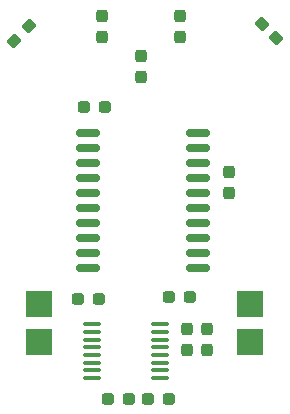
<source format=gbr>
G04 #@! TF.GenerationSoftware,KiCad,Pcbnew,(5.99.0-12170-ge0011fcd93)*
G04 #@! TF.CreationDate,2021-10-18T14:42:09-07:00*
G04 #@! TF.ProjectId,microbug,6d696372-6f62-4756-972e-6b696361645f,rev?*
G04 #@! TF.SameCoordinates,Original*
G04 #@! TF.FileFunction,Paste,Top*
G04 #@! TF.FilePolarity,Positive*
%FSLAX46Y46*%
G04 Gerber Fmt 4.6, Leading zero omitted, Abs format (unit mm)*
G04 Created by KiCad (PCBNEW (5.99.0-12170-ge0011fcd93)) date 2021-10-18 14:42:09*
%MOMM*%
%LPD*%
G01*
G04 APERTURE LIST*
G04 Aperture macros list*
%AMRoundRect*
0 Rectangle with rounded corners*
0 $1 Rounding radius*
0 $2 $3 $4 $5 $6 $7 $8 $9 X,Y pos of 4 corners*
0 Add a 4 corners polygon primitive as box body*
4,1,4,$2,$3,$4,$5,$6,$7,$8,$9,$2,$3,0*
0 Add four circle primitives for the rounded corners*
1,1,$1+$1,$2,$3*
1,1,$1+$1,$4,$5*
1,1,$1+$1,$6,$7*
1,1,$1+$1,$8,$9*
0 Add four rect primitives between the rounded corners*
20,1,$1+$1,$2,$3,$4,$5,0*
20,1,$1+$1,$4,$5,$6,$7,0*
20,1,$1+$1,$6,$7,$8,$9,0*
20,1,$1+$1,$8,$9,$2,$3,0*%
G04 Aperture macros list end*
%ADD10RoundRect,0.237500X-0.237500X0.287500X-0.237500X-0.287500X0.237500X-0.287500X0.237500X0.287500X0*%
%ADD11RoundRect,0.237500X0.371231X-0.035355X-0.035355X0.371231X-0.371231X0.035355X0.035355X-0.371231X0*%
%ADD12RoundRect,0.237500X0.237500X-0.287500X0.237500X0.287500X-0.237500X0.287500X-0.237500X-0.287500X0*%
%ADD13RoundRect,0.237500X-0.035355X-0.371231X0.371231X0.035355X0.035355X0.371231X-0.371231X-0.035355X0*%
%ADD14R,2.200000X2.200000*%
%ADD15RoundRect,0.150000X-0.875000X-0.150000X0.875000X-0.150000X0.875000X0.150000X-0.875000X0.150000X0*%
%ADD16RoundRect,0.237500X-0.287500X-0.237500X0.287500X-0.237500X0.287500X0.237500X-0.287500X0.237500X0*%
%ADD17RoundRect,0.237500X0.287500X0.237500X-0.287500X0.237500X-0.287500X-0.237500X0.287500X-0.237500X0*%
%ADD18RoundRect,0.100000X-0.637500X-0.100000X0.637500X-0.100000X0.637500X0.100000X-0.637500X0.100000X0*%
G04 APERTURE END LIST*
D10*
X70649000Y-41754001D03*
X70649000Y-43504001D03*
D11*
X85381000Y-43631000D03*
X84143564Y-42393564D03*
D10*
X77253000Y-41754000D03*
X77253000Y-43504000D03*
D12*
X73951000Y-46904999D03*
X73951000Y-45154999D03*
D13*
X63188564Y-43852436D03*
X64426000Y-42615000D03*
D10*
X79502000Y-68227000D03*
X79502000Y-69977000D03*
X77851000Y-68227000D03*
X77851000Y-69977000D03*
D14*
X65278000Y-66091000D03*
X65278000Y-69291000D03*
X83185000Y-69291000D03*
X83185000Y-66091000D03*
D15*
X69428000Y-51625000D03*
X69428000Y-52895000D03*
X69428000Y-54165000D03*
X69428000Y-55435000D03*
X69428000Y-56705000D03*
X69428000Y-57975000D03*
X69428000Y-59245000D03*
X69428000Y-60515000D03*
X69428000Y-61785000D03*
X69428000Y-63055000D03*
X78728000Y-63055000D03*
X78728000Y-61785000D03*
X78728000Y-60515000D03*
X78728000Y-59245000D03*
X78728000Y-57975000D03*
X78728000Y-56705000D03*
X78728000Y-55435000D03*
X78728000Y-54165000D03*
X78728000Y-52895000D03*
X78728000Y-51625000D03*
D16*
X68594000Y-65659000D03*
X70344000Y-65659000D03*
D17*
X70875000Y-49476000D03*
X69125000Y-49476000D03*
X78091000Y-65532000D03*
X76341000Y-65532000D03*
D18*
X69781500Y-67829000D03*
X69781500Y-68479000D03*
X69781500Y-69129000D03*
X69781500Y-69779000D03*
X69781500Y-70429000D03*
X69781500Y-71079000D03*
X69781500Y-71729000D03*
X69781500Y-72379000D03*
X75506500Y-72379000D03*
X75506500Y-71729000D03*
X75506500Y-71079000D03*
X75506500Y-70429000D03*
X75506500Y-69779000D03*
X75506500Y-69129000D03*
X75506500Y-68479000D03*
X75506500Y-67829000D03*
D10*
X81400000Y-54925000D03*
X81400000Y-56675000D03*
D16*
X71134000Y-74117200D03*
X72884000Y-74117200D03*
D17*
X76287600Y-74117200D03*
X74537600Y-74117200D03*
M02*

</source>
